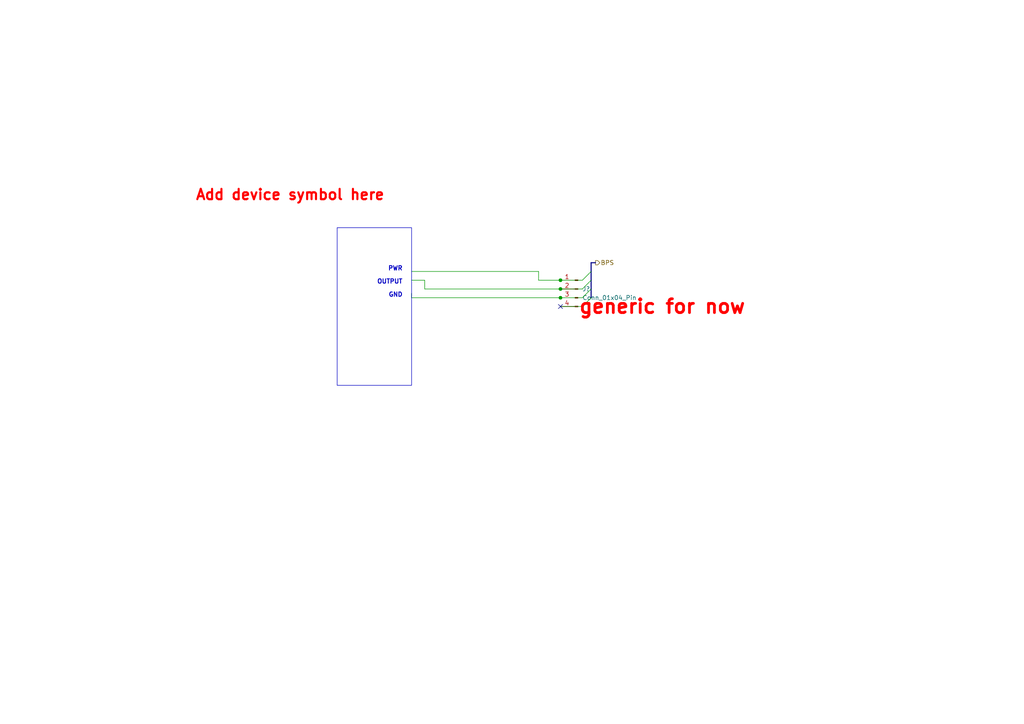
<source format=kicad_sch>
(kicad_sch (version 20230121) (generator eeschema)
  (paper "A4")
  (lib_symbols
    (symbol "Connector:Conn_01x04_Pin" (pin_names (offset 1.016) hide)
      (property "Reference" "J" (at 0 5.08 0))
      (property "Value" "Conn_01x04_Pin" (at 0 -7.62 0))
      (symbol "Conn_01x04_Pin_1_1"
        (polyline (pts (xy 1.27 -5.08) (xy 0.8636 -5.08)) (stroke (width 0.1524)))
        (polyline (pts (xy 1.27 -2.54) (xy 0.8636 -2.54)) (stroke (width 0.1524)))
        (polyline (pts (xy 1.27 0) (xy 0.8636 0)) (stroke (width 0.1524)))
        (polyline (pts (xy 1.27 2.54) (xy 0.8636 2.54)) (stroke (width 0.1524)))
        (rectangle (start 0.8636 -4.953) (end 0 -5.207) (stroke (width 0.1524)) (fill (type outline)))
        (rectangle (start 0.8636 -2.413) (end 0 -2.667) (stroke (width 0.1524)) (fill (type outline)))
        (rectangle (start 0.8636 0.127) (end 0 -0.127) (stroke (width 0.1524)) (fill (type outline)))
        (rectangle (start 0.8636 2.667) (end 0 2.413) (stroke (width 0.1524)) (fill (type outline)))
        (pin passive line (at 5.08 2.54 180) (length 3.81) (name "Pin_1") (number "1"))
        (pin passive line (at 5.08 0 180) (length 3.81) (name "Pin_2") (number "2"))
        (pin passive line (at 5.08 -2.54 180) (length 3.81) (name "Pin_3") (number "3"))
        (pin passive line (at 5.08 -5.08 180) (length 3.81) (name "Pin_4") (number "4"))
      )
    )
  )
  (junction (at 162.56 81.28))
  (junction (at 162.56 86.36))
  (junction (at 162.56 83.82))
  (no_connect (at 162.56 88.9))
  (bus_entry (at 168.91 88.9) (size 2.54 -2.54))
  (bus_entry (at 168.91 86.36) (size 2.54 -2.54))
  (bus_entry (at 168.91 83.82) (size 2.54 -2.54))
  (bus_entry (at 168.91 81.28) (size 2.54 -2.54))
  (bus (pts (xy 171.45 81.28) (xy 171.45 78.74)))
  (wire (pts (xy 162.56 81.28) (xy 168.91 81.28)))
  (bus (pts (xy 171.45 86.36) (xy 171.45 83.82)))
  (wire (pts (xy 119.38 78.74) (xy 156.21 78.74)))
  (bus (pts (xy 171.45 78.74) (xy 171.45 76.2)))
  (wire (pts (xy 162.56 86.36) (xy 168.91 86.36)))
  (wire (pts (xy 156.21 78.74) (xy 156.21 81.28)))
  (wire (pts (xy 156.21 81.28) (xy 162.56 81.28)))
  (wire (pts (xy 119.38 86.36) (xy 162.56 86.36)))
  (bus (pts (xy 171.45 83.82) (xy 171.45 81.28)))
  (wire (pts (xy 162.56 83.82) (xy 168.91 83.82)))
  (wire (pts (xy 119.38 85.09) (xy 119.38 86.36)))
  (bus (pts (xy 171.45 76.2) (xy 172.72 76.2)))
  (wire (pts (xy 162.56 83.82) (xy 123.19 83.82)))
  (wire (pts (xy 123.19 83.82) (xy 123.19 81.28)))
  (wire (pts (xy 162.56 88.9) (xy 168.91 88.9)))
  (wire (pts (xy 119.38 81.28) (xy 123.19 81.28)))
  (rectangle (start 97.79 66.04) (end 119.38 111.76))
  (text "GND" (at 116.84 86.36 0) (effects (font (size 1.27 1.27) bold) (justify right bottom)))
  (text "PWR" (at 116.84 78.74 0) (effects (font (size 1.27 1.27) bold) (justify right bottom)))
  (text "Add device symbol here" (at 111.76 58.42 0) (effects (font (size 3 3) bold) (justify right bottom)))
  (text "OUTPUT" (at 116.84 82.55 0) (effects (font (size 1.27 1.27) bold) (justify right bottom)))
  (text "generic for now" (at 167.64 91.44 0) (effects (font (size 4 4) (thickness 0.8) bold) (justify left bottom)))
  (hierarchical_label "BPS" (shape output) (at 172.72 76.2 0))
  (symbol (lib_id "Connector:Conn_01x04_Pin") (at 167.64 83.82 0) (mirror y) (unit 1)
    (property "Reference" "J?" (at 168.91 83.82 0) (effects (justify right)))
    (property "Value" "Conn_01x04_Pin" (at 168.91 86.36 0) (effects (justify right)))
  )
)
</source>
